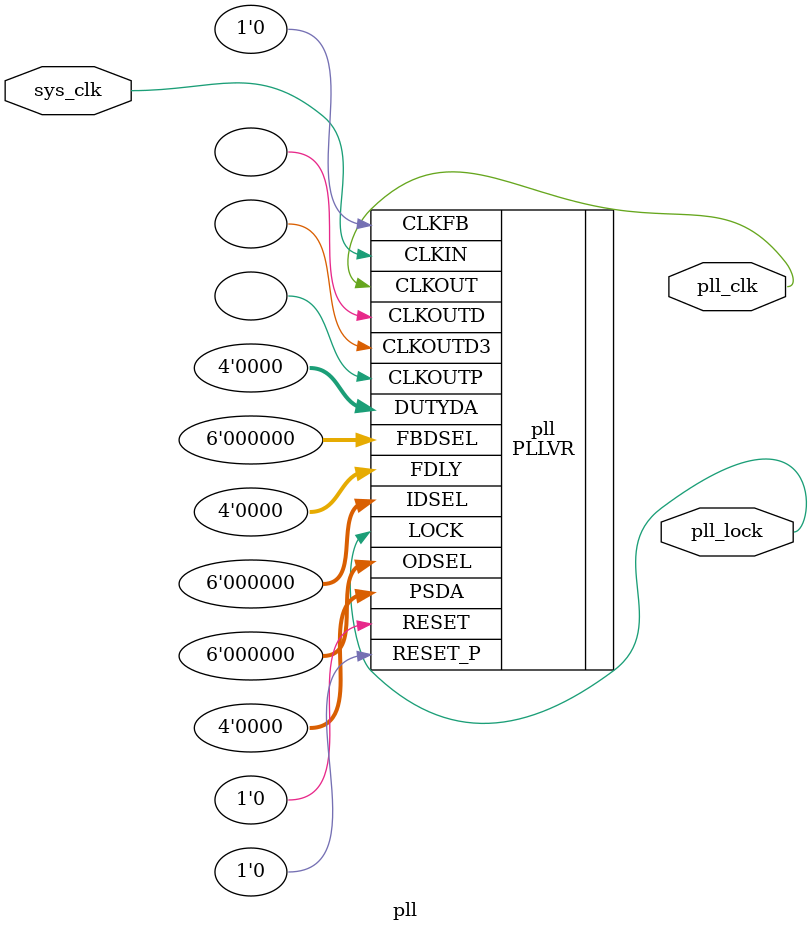
<source format=v>
module pll(
  input sys_clk,
  output pll_clk, pll_lock
);

  // For GW1NR-9C C6/I5 (Tang Nano 9K proto dev board)
  PLLVR #(
    .FCLKIN("27"),
    // -> PFD = 3 MHz (range: 3-400 MHz)
    .IDIV_SEL(8), 
    // -> CLKOUT = 120 MHz (range: 3.125-600 MHz)
    .FBDIV_SEL(39),
    // -> VCO = 480 MHz (range: 400-1200 MHz)
    .ODIV_SEL(4) 
  ) pll (
    .CLKOUTP(), .CLKOUTD(), .CLKOUTD3(), 
    .RESET(1'b0), .RESET_P(1'b0), 
    .CLKFB(1'b0), 
    .FBDSEL(6'b0), 
    .IDSEL(6'b0), 
    .ODSEL(6'b0), 
    .PSDA(4'b0), 
    .DUTYDA(4'b0), 
    .FDLY(4'b0), 
    // 27 MHz
    .CLKIN(sys_clk), 
    // 120 MHz
    .CLKOUT(pll_clk), 
    .LOCK(pll_lock)
  );
endmodule
</source>
